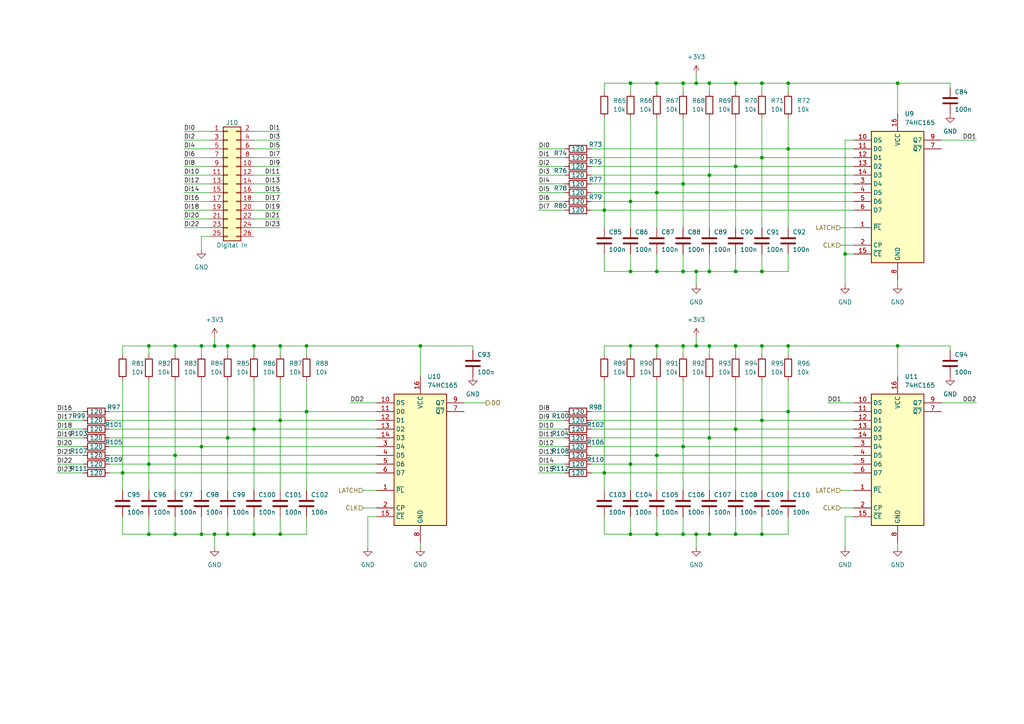
<source format=kicad_sch>
(kicad_sch (version 20211123) (generator eeschema)
  (paper "A4")
  (title_block (title "Cockpit CPU Card") (date "2023-01-21") (rev "A") (company "https://github.com/peterheinrich/DA20-C1-ProcedureTrainer") (comment 1 "Open Hardware") (comment 2 "License: CERN-OHL-P") (comment 3 "© 2023 by Peter Heinrich") (comment 4 "DA20 Hardware Cockpit Simulator Project"))
  (junction (at 175.26 60.96))
  (junction (at 220.98 45.72))
  (junction (at 121.92 100.33))
  (junction (at 220.98 100.33))
  (junction (at 213.36 24.13))
  (junction (at 50.8 132.08))
  (junction (at 73.66 100.33))
  (junction (at 62.23 100.33))
  (junction (at 190.5 78.74))
  (junction (at 66.04 127))
  (junction (at 50.8 100.33))
  (junction (at 213.36 48.26))
  (junction (at 198.12 100.33))
  (junction (at 182.88 134.62))
  (junction (at 205.74 24.13))
  (junction (at 228.6 100.33))
  (junction (at 66.04 100.33))
  (junction (at 66.04 154.94))
  (junction (at 201.93 100.33))
  (junction (at 260.35 100.33))
  (junction (at 201.93 154.94))
  (junction (at 73.66 154.94))
  (junction (at 58.42 154.94))
  (junction (at 81.28 121.92))
  (junction (at 43.18 100.33))
  (junction (at 228.6 24.13))
  (junction (at 198.12 24.13))
  (junction (at 88.9 100.33))
  (junction (at 182.88 24.13))
  (junction (at 201.93 78.74))
  (junction (at 220.98 24.13))
  (junction (at 182.88 154.94))
  (junction (at 205.74 50.8))
  (junction (at 220.98 154.94))
  (junction (at 43.18 134.62))
  (junction (at 198.12 78.74))
  (junction (at 43.18 154.94))
  (junction (at 220.98 78.74))
  (junction (at 182.88 100.33))
  (junction (at 182.88 58.42))
  (junction (at 201.93 24.13))
  (junction (at 205.74 78.74))
  (junction (at 198.12 53.34))
  (junction (at 190.5 55.88))
  (junction (at 58.42 129.54))
  (junction (at 182.88 78.74))
  (junction (at 198.12 154.94))
  (junction (at 228.6 43.18))
  (junction (at 245.11 73.66))
  (junction (at 220.98 121.92))
  (junction (at 213.36 154.94))
  (junction (at 81.28 154.94))
  (junction (at 205.74 100.33))
  (junction (at 198.12 129.54))
  (junction (at 190.5 132.08))
  (junction (at 213.36 78.74))
  (junction (at 35.56 137.16))
  (junction (at 58.42 100.33))
  (junction (at 81.28 100.33))
  (junction (at 73.66 124.46))
  (junction (at 50.8 154.94))
  (junction (at 260.35 24.13))
  (junction (at 213.36 124.46))
  (junction (at 190.5 154.94))
  (junction (at 175.26 137.16))
  (junction (at 88.9 119.38))
  (junction (at 190.5 24.13))
  (junction (at 62.23 154.94))
  (junction (at 213.36 100.33))
  (junction (at 205.74 127))
  (junction (at 190.5 100.33))
  (junction (at 205.74 154.94))
  (junction (at 228.6 119.38))
  (wire (pts (xy 35.56 137.16) (xy 35.56 142.24)))
  (wire (pts (xy 201.93 97.79) (xy 201.93 100.33)))
  (wire (pts (xy 220.98 78.74) (xy 220.98 73.66)))
  (wire (pts (xy 31.75 129.54) (xy 58.42 129.54)))
  (wire (pts (xy 31.75 134.62) (xy 43.18 134.62)))
  (wire (pts (xy 16.51 129.54) (xy 24.13 129.54)))
  (wire (pts (xy 190.5 132.08) (xy 190.5 142.24)))
  (wire (pts (xy 205.74 100.33) (xy 205.74 102.87)))
  (wire (pts (xy 156.21 134.62) (xy 163.83 134.62)))
  (wire (pts (xy 16.51 119.38) (xy 24.13 119.38)))
  (wire (pts (xy 205.74 149.86) (xy 205.74 154.94)))
  (wire (pts (xy 198.12 53.34) (xy 198.12 66.04)))
  (wire (pts (xy 228.6 78.74) (xy 228.6 73.66)))
  (wire (pts (xy 81.28 100.33) (xy 88.9 100.33)))
  (wire (pts (xy 106.68 158.75) (xy 106.68 149.86)))
  (wire (pts (xy 228.6 100.33) (xy 260.35 100.33)))
  (wire (pts (xy 190.5 110.49) (xy 190.5 132.08)))
  (wire (pts (xy 220.98 154.94) (xy 220.98 149.86)))
  (wire (pts (xy 66.04 149.86) (xy 66.04 154.94)))
  (wire (pts (xy 245.11 158.75) (xy 245.11 149.86)))
  (wire (pts (xy 245.11 73.66) (xy 247.65 73.66)))
  (wire (pts (xy 50.8 154.94) (xy 50.8 149.86)))
  (wire (pts (xy 81.28 48.26) (xy 73.66 48.26)))
  (wire (pts (xy 31.75 121.92) (xy 81.28 121.92)))
  (wire (pts (xy 53.34 55.88) (xy 60.96 55.88)))
  (wire (pts (xy 175.26 34.29) (xy 175.26 60.96)))
  (wire (pts (xy 171.45 43.18) (xy 228.6 43.18)))
  (wire (pts (xy 156.21 58.42) (xy 163.83 58.42)))
  (wire (pts (xy 58.42 129.54) (xy 58.42 142.24)))
  (wire (pts (xy 275.59 24.13) (xy 260.35 24.13)))
  (wire (pts (xy 182.88 58.42) (xy 247.65 58.42)))
  (wire (pts (xy 53.34 48.26) (xy 60.96 48.26)))
  (wire (pts (xy 213.36 110.49) (xy 213.36 124.46)))
  (wire (pts (xy 182.88 154.94) (xy 182.88 149.86)))
  (wire (pts (xy 62.23 97.79) (xy 62.23 100.33)))
  (wire (pts (xy 198.12 24.13) (xy 201.93 24.13)))
  (wire (pts (xy 213.36 100.33) (xy 213.36 102.87)))
  (wire (pts (xy 88.9 154.94) (xy 88.9 149.86)))
  (wire (pts (xy 66.04 100.33) (xy 66.04 102.87)))
  (wire (pts (xy 43.18 134.62) (xy 109.22 134.62)))
  (wire (pts (xy 198.12 53.34) (xy 247.65 53.34)))
  (wire (pts (xy 171.45 48.26) (xy 213.36 48.26)))
  (wire (pts (xy 66.04 127) (xy 109.22 127)))
  (wire (pts (xy 198.12 100.33) (xy 201.93 100.33)))
  (wire (pts (xy 273.05 116.84) (xy 283.21 116.84)))
  (wire (pts (xy 190.5 154.94) (xy 190.5 149.86)))
  (wire (pts (xy 171.45 137.16) (xy 175.26 137.16)))
  (wire (pts (xy 16.51 132.08) (xy 24.13 132.08)))
  (wire (pts (xy 88.9 100.33) (xy 88.9 102.87)))
  (wire (pts (xy 243.84 142.24) (xy 247.65 142.24)))
  (wire (pts (xy 81.28 154.94) (xy 88.9 154.94)))
  (wire (pts (xy 156.21 48.26) (xy 163.83 48.26)))
  (wire (pts (xy 275.59 100.33) (xy 260.35 100.33)))
  (wire (pts (xy 220.98 110.49) (xy 220.98 121.92)))
  (wire (pts (xy 53.34 38.1) (xy 60.96 38.1)))
  (wire (pts (xy 201.93 21.59) (xy 201.93 24.13)))
  (wire (pts (xy 182.88 154.94) (xy 190.5 154.94)))
  (wire (pts (xy 190.5 132.08) (xy 247.65 132.08)))
  (wire (pts (xy 105.41 147.32) (xy 109.22 147.32)))
  (wire (pts (xy 175.26 60.96) (xy 175.26 66.04)))
  (wire (pts (xy 58.42 154.94) (xy 62.23 154.94)))
  (wire (pts (xy 156.21 127) (xy 163.83 127)))
  (wire (pts (xy 58.42 72.39) (xy 58.42 68.58)))
  (wire (pts (xy 190.5 55.88) (xy 247.65 55.88)))
  (wire (pts (xy 205.74 110.49) (xy 205.74 127)))
  (wire (pts (xy 190.5 78.74) (xy 190.5 73.66)))
  (wire (pts (xy 73.66 154.94) (xy 73.66 149.86)))
  (wire (pts (xy 171.45 58.42) (xy 182.88 58.42)))
  (wire (pts (xy 220.98 121.92) (xy 220.98 142.24)))
  (wire (pts (xy 190.5 100.33) (xy 198.12 100.33)))
  (wire (pts (xy 182.88 58.42) (xy 182.88 66.04)))
  (wire (pts (xy 198.12 100.33) (xy 198.12 102.87)))
  (wire (pts (xy 137.16 100.33) (xy 121.92 100.33)))
  (wire (pts (xy 35.56 110.49) (xy 35.56 137.16)))
  (wire (pts (xy 213.36 24.13) (xy 220.98 24.13)))
  (wire (pts (xy 205.74 154.94) (xy 213.36 154.94)))
  (wire (pts (xy 201.93 154.94) (xy 201.93 158.75)))
  (wire (pts (xy 43.18 100.33) (xy 43.18 102.87)))
  (wire (pts (xy 31.75 124.46) (xy 73.66 124.46)))
  (wire (pts (xy 53.34 66.04) (xy 60.96 66.04)))
  (wire (pts (xy 198.12 154.94) (xy 201.93 154.94)))
  (wire (pts (xy 275.59 101.6) (xy 275.59 100.33)))
  (wire (pts (xy 228.6 24.13) (xy 228.6 26.67)))
  (wire (pts (xy 175.26 154.94) (xy 182.88 154.94)))
  (wire (pts (xy 35.56 137.16) (xy 109.22 137.16)))
  (wire (pts (xy 101.6 116.84) (xy 109.22 116.84)))
  (wire (pts (xy 205.74 24.13) (xy 213.36 24.13)))
  (wire (pts (xy 53.34 58.42) (xy 60.96 58.42)))
  (wire (pts (xy 201.93 24.13) (xy 205.74 24.13)))
  (wire (pts (xy 182.88 78.74) (xy 182.88 73.66)))
  (wire (pts (xy 220.98 78.74) (xy 228.6 78.74)))
  (wire (pts (xy 88.9 119.38) (xy 88.9 142.24)))
  (wire (pts (xy 182.88 24.13) (xy 182.88 26.67)))
  (wire (pts (xy 182.88 134.62) (xy 182.88 142.24)))
  (wire (pts (xy 16.51 124.46) (xy 24.13 124.46)))
  (wire (pts (xy 171.45 124.46) (xy 213.36 124.46)))
  (wire (pts (xy 121.92 100.33) (xy 121.92 109.22)))
  (wire (pts (xy 245.11 82.55) (xy 245.11 73.66)))
  (wire (pts (xy 220.98 154.94) (xy 228.6 154.94)))
  (wire (pts (xy 66.04 127) (xy 66.04 142.24)))
  (wire (pts (xy 243.84 147.32) (xy 247.65 147.32)))
  (wire (pts (xy 213.36 48.26) (xy 213.36 66.04)))
  (wire (pts (xy 205.74 24.13) (xy 205.74 26.67)))
  (wire (pts (xy 243.84 66.04) (xy 247.65 66.04)))
  (wire (pts (xy 201.93 154.94) (xy 205.74 154.94)))
  (wire (pts (xy 81.28 50.8) (xy 73.66 50.8)))
  (wire (pts (xy 201.93 78.74) (xy 205.74 78.74)))
  (wire (pts (xy 35.56 100.33) (xy 43.18 100.33)))
  (wire (pts (xy 156.21 121.92) (xy 163.83 121.92)))
  (wire (pts (xy 190.5 24.13) (xy 198.12 24.13)))
  (wire (pts (xy 171.45 50.8) (xy 205.74 50.8)))
  (wire (pts (xy 205.74 78.74) (xy 213.36 78.74)))
  (wire (pts (xy 228.6 43.18) (xy 247.65 43.18)))
  (wire (pts (xy 190.5 78.74) (xy 198.12 78.74)))
  (wire (pts (xy 220.98 100.33) (xy 220.98 102.87)))
  (wire (pts (xy 156.21 55.88) (xy 163.83 55.88)))
  (wire (pts (xy 175.26 78.74) (xy 175.26 73.66)))
  (wire (pts (xy 134.62 116.84) (xy 140.97 116.84)))
  (wire (pts (xy 220.98 34.29) (xy 220.98 45.72)))
  (wire (pts (xy 156.21 60.96) (xy 163.83 60.96)))
  (wire (pts (xy 66.04 154.94) (xy 73.66 154.94)))
  (wire (pts (xy 31.75 119.38) (xy 88.9 119.38)))
  (wire (pts (xy 190.5 34.29) (xy 190.5 55.88)))
  (wire (pts (xy 106.68 149.86) (xy 109.22 149.86)))
  (wire (pts (xy 35.56 154.94) (xy 43.18 154.94)))
  (wire (pts (xy 220.98 45.72) (xy 220.98 66.04)))
  (wire (pts (xy 171.45 55.88) (xy 190.5 55.88)))
  (wire (pts (xy 156.21 129.54) (xy 163.83 129.54)))
  (wire (pts (xy 62.23 154.94) (xy 62.23 158.75)))
  (wire (pts (xy 220.98 24.13) (xy 220.98 26.67)))
  (wire (pts (xy 175.26 78.74) (xy 182.88 78.74)))
  (wire (pts (xy 220.98 45.72) (xy 247.65 45.72)))
  (wire (pts (xy 81.28 154.94) (xy 81.28 149.86)))
  (wire (pts (xy 198.12 24.13) (xy 198.12 26.67)))
  (wire (pts (xy 205.74 50.8) (xy 205.74 66.04)))
  (wire (pts (xy 171.45 127) (xy 205.74 127)))
  (wire (pts (xy 260.35 157.48) (xy 260.35 158.75)))
  (wire (pts (xy 58.42 100.33) (xy 58.42 102.87)))
  (wire (pts (xy 43.18 154.94) (xy 50.8 154.94)))
  (wire (pts (xy 53.34 53.34) (xy 60.96 53.34)))
  (wire (pts (xy 73.66 124.46) (xy 73.66 142.24)))
  (wire (pts (xy 156.21 43.18) (xy 163.83 43.18)))
  (wire (pts (xy 156.21 50.8) (xy 163.83 50.8)))
  (wire (pts (xy 73.66 100.33) (xy 73.66 102.87)))
  (wire (pts (xy 81.28 60.96) (xy 73.66 60.96)))
  (wire (pts (xy 58.42 68.58) (xy 60.96 68.58)))
  (wire (pts (xy 81.28 121.92) (xy 81.28 142.24)))
  (wire (pts (xy 171.45 60.96) (xy 175.26 60.96)))
  (wire (pts (xy 198.12 129.54) (xy 198.12 142.24)))
  (wire (pts (xy 213.36 78.74) (xy 213.36 73.66)))
  (wire (pts (xy 137.16 101.6) (xy 137.16 100.33)))
  (wire (pts (xy 53.34 45.72) (xy 60.96 45.72)))
  (wire (pts (xy 205.74 127) (xy 247.65 127)))
  (wire (pts (xy 220.98 100.33) (xy 228.6 100.33)))
  (wire (pts (xy 105.41 142.24) (xy 109.22 142.24)))
  (wire (pts (xy 260.35 81.28) (xy 260.35 82.55)))
  (wire (pts (xy 228.6 34.29) (xy 228.6 43.18)))
  (wire (pts (xy 81.28 63.5) (xy 73.66 63.5)))
  (wire (pts (xy 156.21 45.72) (xy 163.83 45.72)))
  (wire (pts (xy 190.5 100.33) (xy 190.5 102.87)))
  (wire (pts (xy 198.12 34.29) (xy 198.12 53.34)))
  (wire (pts (xy 182.88 34.29) (xy 182.88 58.42)))
  (wire (pts (xy 245.11 40.64) (xy 245.11 73.66)))
  (wire (pts (xy 88.9 100.33) (xy 121.92 100.33)))
  (wire (pts (xy 198.12 129.54) (xy 247.65 129.54)))
  (wire (pts (xy 81.28 58.42) (xy 73.66 58.42)))
  (wire (pts (xy 198.12 78.74) (xy 198.12 73.66)))
  (wire (pts (xy 81.28 45.72) (xy 73.66 45.72)))
  (wire (pts (xy 62.23 100.33) (xy 66.04 100.33)))
  (wire (pts (xy 190.5 55.88) (xy 190.5 66.04)))
  (wire (pts (xy 88.9 119.38) (xy 109.22 119.38)))
  (wire (pts (xy 81.28 110.49) (xy 81.28 121.92)))
  (wire (pts (xy 81.28 100.33) (xy 81.28 102.87)))
  (wire (pts (xy 228.6 43.18) (xy 228.6 66.04)))
  (wire (pts (xy 175.26 110.49) (xy 175.26 137.16)))
  (wire (pts (xy 58.42 129.54) (xy 109.22 129.54)))
  (wire (pts (xy 228.6 119.38) (xy 247.65 119.38)))
  (wire (pts (xy 35.56 102.87) (xy 35.56 100.33)))
  (wire (pts (xy 213.36 24.13) (xy 213.36 26.67)))
  (wire (pts (xy 81.28 121.92) (xy 109.22 121.92)))
  (wire (pts (xy 73.66 110.49) (xy 73.66 124.46)))
  (wire (pts (xy 31.75 127) (xy 66.04 127)))
  (wire (pts (xy 245.11 149.86) (xy 247.65 149.86)))
  (wire (pts (xy 198.12 78.74) (xy 201.93 78.74)))
  (wire (pts (xy 171.45 121.92) (xy 220.98 121.92)))
  (wire (pts (xy 81.28 43.18) (xy 73.66 43.18)))
  (wire (pts (xy 228.6 100.33) (xy 228.6 102.87)))
  (wire (pts (xy 205.74 127) (xy 205.74 142.24)))
  (wire (pts (xy 228.6 110.49) (xy 228.6 119.38)))
  (wire (pts (xy 171.45 119.38) (xy 228.6 119.38)))
  (wire (pts (xy 213.36 34.29) (xy 213.36 48.26)))
  (wire (pts (xy 156.21 137.16) (xy 163.83 137.16)))
  (wire (pts (xy 182.88 100.33) (xy 182.88 102.87)))
  (wire (pts (xy 88.9 110.49) (xy 88.9 119.38)))
  (wire (pts (xy 156.21 132.08) (xy 163.83 132.08)))
  (wire (pts (xy 156.21 119.38) (xy 163.83 119.38)))
  (wire (pts (xy 50.8 132.08) (xy 109.22 132.08)))
  (wire (pts (xy 201.93 100.33) (xy 205.74 100.33)))
  (wire (pts (xy 190.5 24.13) (xy 190.5 26.67)))
  (wire (pts (xy 53.34 50.8) (xy 60.96 50.8)))
  (wire (pts (xy 175.26 100.33) (xy 182.88 100.33)))
  (wire (pts (xy 156.21 53.34) (xy 163.83 53.34)))
  (wire (pts (xy 220.98 24.13) (xy 228.6 24.13)))
  (wire (pts (xy 81.28 53.34) (xy 73.66 53.34)))
  (wire (pts (xy 175.26 102.87) (xy 175.26 100.33)))
  (wire (pts (xy 43.18 134.62) (xy 43.18 142.24)))
  (wire (pts (xy 58.42 100.33) (xy 62.23 100.33)))
  (wire (pts (xy 73.66 100.33) (xy 81.28 100.33)))
  (wire (pts (xy 228.6 154.94) (xy 228.6 149.86)))
  (wire (pts (xy 213.36 100.33) (xy 220.98 100.33)))
  (wire (pts (xy 213.36 154.94) (xy 213.36 149.86)))
  (wire (pts (xy 31.75 137.16) (xy 35.56 137.16)))
  (wire (pts (xy 228.6 119.38) (xy 228.6 142.24)))
  (wire (pts (xy 53.34 43.18) (xy 60.96 43.18)))
  (wire (pts (xy 175.26 137.16) (xy 175.26 142.24)))
  (wire (pts (xy 50.8 110.49) (xy 50.8 132.08)))
  (wire (pts (xy 53.34 63.5) (xy 60.96 63.5)))
  (wire (pts (xy 58.42 154.94) (xy 58.42 149.86)))
  (wire (pts (xy 182.88 110.49) (xy 182.88 134.62)))
  (wire (pts (xy 198.12 154.94) (xy 198.12 149.86)))
  (wire (pts (xy 171.45 134.62) (xy 182.88 134.62)))
  (wire (pts (xy 198.12 110.49) (xy 198.12 129.54)))
  (wire (pts (xy 171.45 45.72) (xy 220.98 45.72)))
  (wire (pts (xy 121.92 157.48) (xy 121.92 158.75)))
  (wire (pts (xy 201.93 78.74) (xy 201.93 82.55)))
  (wire (pts (xy 213.36 124.46) (xy 247.65 124.46)))
  (wire (pts (xy 81.28 38.1) (xy 73.66 38.1)))
  (wire (pts (xy 273.05 40.64) (xy 283.21 40.64)))
  (wire (pts (xy 205.74 100.33) (xy 213.36 100.33)))
  (wire (pts (xy 171.45 132.08) (xy 190.5 132.08)))
  (wire (pts (xy 247.65 40.64) (xy 245.11 40.64)))
  (wire (pts (xy 58.42 110.49) (xy 58.42 129.54)))
  (wire (pts (xy 213.36 78.74) (xy 220.98 78.74)))
  (wire (pts (xy 175.26 60.96) (xy 247.65 60.96)))
  (wire (pts (xy 50.8 100.33) (xy 58.42 100.33)))
  (wire (pts (xy 53.34 40.64) (xy 60.96 40.64)))
  (wire (pts (xy 43.18 154.94) (xy 43.18 149.86)))
  (wire (pts (xy 43.18 100.33) (xy 50.8 100.33)))
  (wire (pts (xy 50.8 154.94) (xy 58.42 154.94)))
  (wire (pts (xy 240.03 116.84) (xy 247.65 116.84)))
  (wire (pts (xy 16.51 127) (xy 24.13 127)))
  (wire (pts (xy 182.88 78.74) (xy 190.5 78.74)))
  (wire (pts (xy 16.51 137.16) (xy 24.13 137.16)))
  (wire (pts (xy 213.36 48.26) (xy 247.65 48.26)))
  (wire (pts (xy 50.8 100.33) (xy 50.8 102.87)))
  (wire (pts (xy 66.04 110.49) (xy 66.04 127)))
  (wire (pts (xy 16.51 134.62) (xy 24.13 134.62)))
  (wire (pts (xy 205.74 50.8) (xy 247.65 50.8)))
  (wire (pts (xy 220.98 121.92) (xy 247.65 121.92)))
  (wire (pts (xy 16.51 121.92) (xy 24.13 121.92)))
  (wire (pts (xy 53.34 60.96) (xy 60.96 60.96)))
  (wire (pts (xy 35.56 154.94) (xy 35.56 149.86)))
  (wire (pts (xy 190.5 154.94) (xy 198.12 154.94)))
  (wire (pts (xy 228.6 24.13) (xy 260.35 24.13)))
  (wire (pts (xy 175.26 137.16) (xy 247.65 137.16)))
  (wire (pts (xy 50.8 132.08) (xy 50.8 142.24)))
  (wire (pts (xy 171.45 129.54) (xy 198.12 129.54)))
  (wire (pts (xy 43.18 110.49) (xy 43.18 134.62)))
  (wire (pts (xy 175.26 26.67) (xy 175.26 24.13)))
  (wire (pts (xy 260.35 100.33) (xy 260.35 109.22)))
  (wire (pts (xy 81.28 66.04) (xy 73.66 66.04)))
  (wire (pts (xy 73.66 124.46) (xy 109.22 124.46)))
  (wire (pts (xy 205.74 73.66) (xy 205.74 78.74)))
  (wire (pts (xy 243.84 71.12) (xy 247.65 71.12)))
  (wire (pts (xy 175.26 154.94) (xy 175.26 149.86)))
  (wire (pts (xy 81.28 40.64) (xy 73.66 40.64)))
  (wire (pts (xy 73.66 154.94) (xy 81.28 154.94)))
  (wire (pts (xy 213.36 124.46) (xy 213.36 142.24)))
  (wire (pts (xy 275.59 25.4) (xy 275.59 24.13)))
  (wire (pts (xy 62.23 154.94) (xy 66.04 154.94)))
  (wire (pts (xy 175.26 24.13) (xy 182.88 24.13)))
  (wire (pts (xy 31.75 132.08) (xy 50.8 132.08)))
  (wire (pts (xy 182.88 100.33) (xy 190.5 100.33)))
  (wire (pts (xy 81.28 55.88) (xy 73.66 55.88)))
  (wire (pts (xy 260.35 24.13) (xy 260.35 33.02)))
  (wire (pts (xy 182.88 24.13) (xy 190.5 24.13)))
  (wire (pts (xy 205.74 34.29) (xy 205.74 50.8)))
  (wire (pts (xy 156.21 124.46) (xy 163.83 124.46)))
  (wire (pts (xy 182.88 134.62) (xy 247.65 134.62)))
  (wire (pts (xy 171.45 53.34) (xy 198.12 53.34)))
  (wire (pts (xy 66.04 100.33) (xy 73.66 100.33)))
  (wire (pts (xy 213.36 154.94) (xy 220.98 154.94)))
  (label "DI2" (at 53.34 40.64 0))
  (label "DI2" (at 156.21 48.26 0))
  (label "DI23" (at 81.28 66.04 180))
  (label "DI18" (at 53.34 60.96 0))
  (label "DI12" (at 53.34 53.34 0))
  (label "DI15" (at 156.21 137.16 0))
  (label "DI9" (at 81.28 48.26 180))
  (label "DI21" (at 81.28 63.5 180))
  (label "DI14" (at 156.21 134.62 0))
  (label "DI6" (at 156.21 58.42 0))
  (label "DI17" (at 81.28 58.42 180))
  (label "DO1" (at 283.21 40.64 180))
  (label "DO2" (at 101.6 116.84 0))
  (label "DI14" (at 53.34 55.88 0))
  (label "DI13" (at 81.28 53.34 180))
  (label "DI0" (at 53.34 38.1 0))
  (label "DI13" (at 156.21 132.08 0))
  (label "DI1" (at 81.28 38.1 180))
  (label "DI1" (at 156.21 45.72 0))
  (label "DI23" (at 16.51 137.16 0))
  (label "DI19" (at 81.28 60.96 180))
  (label "DI7" (at 156.21 60.96 0))
  (label "DI16" (at 53.34 58.42 0))
  (label "DI22" (at 53.34 66.04 0))
  (label "DI5" (at 81.28 43.18 180))
  (label "DI5" (at 156.21 55.88 0))
  (label "DO2" (at 283.21 116.84 180))
  (label "DI7" (at 81.28 45.72 180))
  (label "DI0" (at 156.21 43.18 0))
  (label "DI4" (at 53.34 43.18 0))
  (label "DI10" (at 156.21 124.46 0))
  (label "DI16" (at 16.51 119.38 0))
  (label "DI8" (at 53.34 48.26 0))
  (label "DI11" (at 81.28 50.8 180))
  (label "DI20" (at 53.34 63.5 0))
  (label "DI15" (at 81.28 55.88 180))
  (label "DI11" (at 156.21 127 0))
  (label "DO1" (at 240.03 116.84 0))
  (label "DI21" (at 16.51 132.08 0))
  (label "DI6" (at 53.34 45.72 0))
  (label "DI19" (at 16.51 127 0))
  (label "DI17" (at 16.51 121.92 0))
  (label "DI22" (at 16.51 134.62 0))
  (label "DI8" (at 156.21 119.38 0))
  (label "DI18" (at 16.51 124.46 0))
  (label "DI3" (at 156.21 50.8 0))
  (label "DI20" (at 16.51 129.54 0))
  (label "DI3" (at 81.28 40.64 180))
  (label "DI10" (at 53.34 50.8 0))
  (label "DI9" (at 156.21 121.92 0))
  (label "DI12" (at 156.21 129.54 0))
  (label "DI4" (at 156.21 53.34 0))
  (hierarchical_label "LATCH" (shape input) (at 105.41 142.24 180))
  (hierarchical_label "CLK" (shape input) (at 105.41 147.32 180))
  (hierarchical_label "CLK" (shape input) (at 243.84 71.12 180))
  (hierarchical_label "LATCH" (shape input) (at 243.84 66.04 180))
  (hierarchical_label "CLK" (shape input) (at 243.84 147.32 180))
  (hierarchical_label "DO" (shape output) (at 140.97 116.84 0))
  (hierarchical_label "LATCH" (shape input) (at 243.84 142.24 180))
  (symbol (lib_id "Device:C") (at 88.9 146.05 0) (unit 1)
    (property "Reference" "C102" (at 90.17 143.51 0) (effects (justify left)))
    (property "Value" "100n" (at 90.17 148.59 0) (effects (justify left)))
    (property "Footprint" "Capacitor_SMD:C_0603_1608Metric" (effects hide))
    (property "Datasheet" "https://www.farnell.com/datasheets/2735905.pdf" (effects hide))
    (property "MPN" "CL10B104KO8NNNC" (effects hide))
    (property "ON_FARNELL" "3013413" (effects hide))
  )
  (symbol (lib_id "Device:C") (at 50.8 146.05 0) (unit 1)
    (property "Reference" "C97" (at 52.07 143.51 0) (effects (justify left)))
    (property "Value" "100n" (at 52.07 148.59 0) (effects (justify left)))
    (property "Footprint" "Capacitor_SMD:C_0603_1608Metric" (effects hide))
    (property "Datasheet" "https://www.farnell.com/datasheets/2735905.pdf" (effects hide))
    (property "MPN" "CL10B104KO8NNNC" (effects hide))
    (property "ON_FARNELL" "3013413" (effects hide))
  )
  (symbol (lib_id "Device:R") (at 175.26 30.48 0) (unit 1)
    (property "Reference" "R65" (at 177.8 29.2099 0) (effects (justify left)))
    (property "Value" "10k" (at 177.8 31.7499 0) (effects (justify left)))
    (property "Footprint" "Resistor_SMD:R_0603_1608Metric" (effects hide))
    (property "MPN" "MCMR06X103 JTL" (effects hide))
    (property "ON_FARNELL" "2073356" (effects hide))
  )
  (symbol (lib_id "Device:C") (at 66.04 146.05 0) (unit 1)
    (property "Reference" "C99" (at 67.31 143.51 0) (effects (justify left)))
    (property "Value" "100n" (at 67.31 148.59 0) (effects (justify left)))
    (property "Footprint" "Capacitor_SMD:C_0603_1608Metric" (effects hide))
    (property "Datasheet" "https://www.farnell.com/datasheets/2735905.pdf" (effects hide))
    (property "MPN" "CL10B104KO8NNNC" (effects hide))
    (property "ON_FARNELL" "3013413" (effects hide))
  )
  (symbol (lib_id "Device:R") (at 198.12 106.68 0) (unit 1)
    (property "Reference" "R92" (at 200.66 105.4099 0) (effects (justify left)))
    (property "Value" "10k" (at 200.66 107.9499 0) (effects (justify left)))
    (property "Footprint" "Resistor_SMD:R_0603_1608Metric" (effects hide))
    (property "MPN" "MCMR06X103 JTL" (effects hide))
    (property "ON_FARNELL" "2073356" (effects hide))
  )
  (symbol (lib_id "Device:R") (at 175.26 106.68 0) (unit 1)
    (property "Reference" "R89" (at 177.8 105.4099 0) (effects (justify left)))
    (property "Value" "10k" (at 177.8 107.9499 0) (effects (justify left)))
    (property "Footprint" "Resistor_SMD:R_0603_1608Metric" (effects hide))
    (property "MPN" "MCMR06X103 JTL" (effects hide))
    (property "ON_FARNELL" "2073356" (effects hide))
  )
  (symbol (lib_id "Device:R") (at 167.64 119.38 90) (unit 1)
    (property "Reference" "R98" (at 172.72 118.11 90))
    (property "Value" "120" (at 167.64 119.38 90))
    (property "Footprint" "Resistor_SMD:R_0603_1608Metric" (effects hide))
    (property "MPN" "1550603SAF1200T5E" (effects hide))
    (property "ON_DISTRELEC" "300-56-474" (effects hide))
  )
  (symbol (lib_id "power:GND") (at 275.59 109.22 0) (unit 1)
    (property "Reference" "#PWR0115" (effects hide))
    (property "Value" "GND" (at 275.59 114.3 0))
  )
  (symbol (lib_id "Device:C") (at 182.88 146.05 0) (unit 1)
    (property "Reference" "C104" (at 184.15 143.51 0) (effects (justify left)))
    (property "Value" "100n" (at 184.15 148.59 0) (effects (justify left)))
    (property "Footprint" "Capacitor_SMD:C_0603_1608Metric" (effects hide))
    (property "Datasheet" "https://www.farnell.com/datasheets/2735905.pdf" (effects hide))
    (property "MPN" "CL10B104KO8NNNC" (effects hide))
    (property "ON_FARNELL" "3013413" (effects hide))
  )
  (symbol (lib_id "Device:C") (at 228.6 69.85 0) (unit 1)
    (property "Reference" "C92" (at 229.87 67.31 0) (effects (justify left)))
    (property "Value" "100n" (at 229.87 72.39 0) (effects (justify left)))
    (property "Footprint" "Capacitor_SMD:C_0603_1608Metric" (effects hide))
    (property "Datasheet" "https://www.farnell.com/datasheets/2735905.pdf" (effects hide))
    (property "MPN" "CL10B104KO8NNNC" (effects hide))
    (property "ON_FARNELL" "3013413" (effects hide))
  )
  (symbol (lib_id "Device:R") (at 50.8 106.68 0) (unit 1)
    (property "Reference" "R83" (at 53.34 105.4099 0) (effects (justify left)))
    (property "Value" "10k" (at 53.34 107.9499 0) (effects (justify left)))
    (property "Footprint" "Resistor_SMD:R_0603_1608Metric" (effects hide))
    (property "MPN" "MCMR06X103 JTL" (effects hide))
    (property "ON_FARNELL" "2073356" (effects hide))
  )
  (symbol (lib_id "Device:R") (at 167.64 43.18 90) (unit 1)
    (property "Reference" "R73" (at 172.72 41.91 90))
    (property "Value" "120" (at 167.64 43.18 90))
    (property "Footprint" "Resistor_SMD:R_0603_1608Metric" (effects hide))
    (property "MPN" "1550603SAF1200T5E" (effects hide))
    (property "ON_DISTRELEC" "300-56-474" (effects hide))
  )
  (symbol (lib_id "Device:C") (at 73.66 146.05 0) (unit 1)
    (property "Reference" "C100" (at 74.93 143.51 0) (effects (justify left)))
    (property "Value" "100n" (at 74.93 148.59 0) (effects (justify left)))
    (property "Footprint" "Capacitor_SMD:C_0603_1608Metric" (effects hide))
    (property "Datasheet" "https://www.farnell.com/datasheets/2735905.pdf" (effects hide))
    (property "MPN" "CL10B104KO8NNNC" (effects hide))
    (property "ON_FARNELL" "3013413" (effects hide))
  )
  (symbol (lib_id "Device:R") (at 228.6 30.48 0) (unit 1)
    (property "Reference" "R72" (at 231.14 29.2099 0) (effects (justify left)))
    (property "Value" "10k" (at 231.14 31.7499 0) (effects (justify left)))
    (property "Footprint" "Resistor_SMD:R_0603_1608Metric" (effects hide))
    (property "MPN" "MCMR06X103 JTL" (effects hide))
    (property "ON_FARNELL" "2073356" (effects hide))
  )
  (symbol (lib_id "power:GND") (at 106.68 158.75 0) (unit 1)
    (property "Reference" "#PWR0117" (effects hide))
    (property "Value" "GND" (at 106.68 163.83 0))
  )
  (symbol (lib_id "74xx:74HC165") (at 121.92 132.08 0) (unit 1)
    (property "Reference" "U10" (at 123.9394 109.22 0) (effects (justify left)))
    (property "Value" "74HC165" (at 123.9394 111.76 0) (effects (justify left)))
    (property "Footprint" "Package_SO:SOIC-16_3.9x9.9mm_P1.27mm" (effects hide))
    (property "Datasheet" "https://assets.nexperia.com/documents/data-sheet/74HC_HCT165.pdf" (effects hide))
    (property "MPN" "74HC165D,653" (effects hide))
    (property "ON_FARNELL" "1201249" (effects hide))
  )
  (symbol (lib_id "Device:R") (at 27.94 137.16 270) (mirror x) (unit 1)
    (property "Reference" "R111" (at 22.86 135.89 90))
    (property "Value" "120" (at 27.94 137.16 90))
    (property "Footprint" "Resistor_SMD:R_0603_1608Metric" (effects hide))
    (property "MPN" "1550603SAF1200T5E" (effects hide))
    (property "ON_DISTRELEC" "300-56-474" (effects hide))
  )
  (symbol (lib_id "Device:C") (at 220.98 146.05 0) (unit 1)
    (property "Reference" "C109" (at 222.25 143.51 0) (effects (justify left)))
    (property "Value" "100n" (at 222.25 148.59 0) (effects (justify left)))
    (property "Footprint" "Capacitor_SMD:C_0603_1608Metric" (effects hide))
    (property "Datasheet" "https://www.farnell.com/datasheets/2735905.pdf" (effects hide))
    (property "MPN" "CL10B104KO8NNNC" (effects hide))
    (property "ON_FARNELL" "3013413" (effects hide))
  )
  (symbol (lib_id "power:GND") (at 260.35 82.55 0) (unit 1)
    (property "Reference" "#PWR0111" (effects hide))
    (property "Value" "GND" (at 260.35 87.63 0))
  )
  (symbol (lib_id "Device:R") (at 213.36 30.48 0) (unit 1)
    (property "Reference" "R70" (at 215.9 29.2099 0) (effects (justify left)))
    (property "Value" "10k" (at 215.9 31.7499 0) (effects (justify left)))
    (property "Footprint" "Resistor_SMD:R_0603_1608Metric" (effects hide))
    (property "MPN" "MCMR06X103 JTL" (effects hide))
    (property "ON_FARNELL" "2073356" (effects hide))
  )
  (symbol (lib_id "Device:R") (at 167.64 124.46 90) (unit 1)
    (property "Reference" "R102" (at 172.72 123.19 90))
    (property "Value" "120" (at 167.64 124.46 90))
    (property "Footprint" "Resistor_SMD:R_0603_1608Metric" (effects hide))
    (property "MPN" "1550603SAF1200T5E" (effects hide))
    (property "ON_DISTRELEC" "300-56-474" (effects hide))
  )
  (symbol (lib_id "Connector_Generic:Conn_02x13_Odd_Even") (at 66.04 53.34 0) (unit 1)
    (property "Reference" "J10" (at 67.31 35.56 0))
    (property "Value" "Digital In" (at 67.31 71.12 0))
    (property "Footprint" "Connector_PinHeader_2.54mm:PinHeader_2x13_P2.54mm_Vertical" (effects hide))
    (property "MPN" "M20-9761346" (effects hide))
    (property "ON_FARNELL" "3225996" (effects hide))
  )
  (symbol (lib_id "Device:C") (at 43.18 146.05 0) (unit 1)
    (property "Reference" "C96" (at 44.45 143.51 0) (effects (justify left)))
    (property "Value" "100n" (at 44.45 148.59 0) (effects (justify left)))
    (property "Footprint" "Capacitor_SMD:C_0603_1608Metric" (effects hide))
    (property "Datasheet" "https://www.farnell.com/datasheets/2735905.pdf" (effects hide))
    (property "MPN" "CL10B104KO8NNNC" (effects hide))
    (property "ON_FARNELL" "3013413" (effects hide))
  )
  (symbol (lib_id "Device:C") (at 190.5 146.05 0) (unit 1)
    (property "Reference" "C105" (at 191.77 143.51 0) (effects (justify left)))
    (property "Value" "100n" (at 191.77 148.59 0) (effects (justify left)))
    (property "Footprint" "Capacitor_SMD:C_0603_1608Metric" (effects hide))
    (property "Datasheet" "https://www.farnell.com/datasheets/2735905.pdf" (effects hide))
    (property "MPN" "CL10B104KO8NNNC" (effects hide))
    (property "ON_FARNELL" "3013413" (effects hide))
  )
  (symbol (lib_id "Device:R") (at 198.12 30.48 0) (unit 1)
    (property "Reference" "R68" (at 200.66 29.2099 0) (effects (justify left)))
    (property "Value" "10k" (at 200.66 31.7499 0) (effects (justify left)))
    (property "Footprint" "Resistor_SMD:R_0603_1608Metric" (effects hide))
    (property "MPN" "MCMR06X103 JTL" (effects hide))
    (property "ON_FARNELL" "2073356" (effects hide))
  )
  (symbol (lib_id "Device:C") (at 198.12 146.05 0) (unit 1)
    (property "Reference" "C106" (at 199.39 143.51 0) (effects (justify left)))
    (property "Value" "100n" (at 199.39 148.59 0) (effects (justify left)))
    (property "Footprint" "Capacitor_SMD:C_0603_1608Metric" (effects hide))
    (property "Datasheet" "https://www.farnell.com/datasheets/2735905.pdf" (effects hide))
    (property "MPN" "CL10B104KO8NNNC" (effects hide))
    (property "ON_FARNELL" "3013413" (effects hide))
  )
  (symbol (lib_id "power:+3V3") (at 201.93 21.59 0) (unit 1)
    (property "Reference" "#PWR0106" (effects hide))
    (property "Value" "+3V3" (at 201.93 16.51 0))
  )
  (symbol (lib_id "power:+3V3") (at 201.93 97.79 0) (unit 1)
    (property "Reference" "#PWR0113" (effects hide))
    (property "Value" "+3V3" (at 201.93 92.71 0))
  )
  (symbol (lib_id "Device:R") (at 27.94 124.46 90) (unit 1)
    (property "Reference" "R101" (at 33.02 123.19 90))
    (property "Value" "120" (at 27.94 124.46 90))
    (property "Footprint" "Resistor_SMD:R_0603_1608Metric" (effects hide))
    (property "MPN" "1550603SAF1200T5E" (effects hide))
    (property "ON_DISTRELEC" "300-56-474" (effects hide))
  )
  (symbol (lib_id "power:GND") (at 121.92 158.75 0) (unit 1)
    (property "Reference" "#PWR0118" (effects hide))
    (property "Value" "GND" (at 121.92 163.83 0))
  )
  (symbol (lib_id "power:GND") (at 137.16 109.22 0) (unit 1)
    (property "Reference" "#PWR0114" (effects hide))
    (property "Value" "GND" (at 137.16 114.3 0))
  )
  (symbol (lib_id "power:GND") (at 201.93 158.75 0) (unit 1)
    (property "Reference" "#PWR0119" (effects hide))
    (property "Value" "GND" (at 201.93 163.83 0))
  )
  (symbol (lib_id "Device:R") (at 220.98 106.68 0) (unit 1)
    (property "Reference" "R95" (at 223.52 105.4099 0) (effects (justify left)))
    (property "Value" "10k" (at 223.52 107.9499 0) (effects (justify left)))
    (property "Footprint" "Resistor_SMD:R_0603_1608Metric" (effects hide))
    (property "MPN" "MCMR06X103 JTL" (effects hide))
    (property "ON_FARNELL" "2073356" (effects hide))
  )
  (symbol (lib_id "power:GND") (at 260.35 158.75 0) (unit 1)
    (property "Reference" "#PWR0121" (effects hide))
    (property "Value" "GND" (at 260.35 163.83 0))
  )
  (symbol (lib_id "Device:C") (at 205.74 146.05 0) (unit 1)
    (property "Reference" "C107" (at 207.01 143.51 0) (effects (justify left)))
    (property "Value" "100n" (at 207.01 148.59 0) (effects (justify left)))
    (property "Footprint" "Capacitor_SMD:C_0603_1608Metric" (effects hide))
    (property "Datasheet" "https://www.farnell.com/datasheets/2735905.pdf" (effects hide))
    (property "MPN" "CL10B104KO8NNNC" (effects hide))
    (property "ON_FARNELL" "3013413" (effects hide))
  )
  (symbol (lib_id "Device:C") (at 137.16 105.41 0) (unit 1)
    (property "Reference" "C93" (at 138.43 102.87 0) (effects (justify left)))
    (property "Value" "100n" (at 138.43 107.95 0) (effects (justify left)))
    (property "Footprint" "Capacitor_SMD:C_0603_1608Metric" (effects hide))
    (property "Datasheet" "https://www.farnell.com/datasheets/2735905.pdf" (effects hide))
    (property "MPN" "CL10B104KO8NNNC" (effects hide))
    (property "ON_FARNELL" "3013413" (effects hide))
  )
  (symbol (lib_id "Device:R") (at 27.94 119.38 90) (unit 1)
    (property "Reference" "R97" (at 33.02 118.11 90))
    (property "Value" "120" (at 27.94 119.38 90))
    (property "Footprint" "Resistor_SMD:R_0603_1608Metric" (effects hide))
    (property "MPN" "1550603SAF1200T5E" (effects hide))
    (property "ON_DISTRELEC" "300-56-474" (effects hide))
  )
  (symbol (lib_id "Device:R") (at 73.66 106.68 0) (unit 1)
    (property "Reference" "R86" (at 76.2 105.4099 0) (effects (justify left)))
    (property "Value" "10k" (at 76.2 107.9499 0) (effects (justify left)))
    (property "Footprint" "Resistor_SMD:R_0603_1608Metric" (effects hide))
    (property "MPN" "MCMR06X103 JTL" (effects hide))
    (property "ON_FARNELL" "2073356" (effects hide))
  )
  (symbol (lib_id "Device:R") (at 167.64 48.26 90) (unit 1)
    (property "Reference" "R75" (at 172.72 46.99 90))
    (property "Value" "120" (at 167.64 48.26 90))
    (property "Footprint" "Resistor_SMD:R_0603_1608Metric" (effects hide))
    (property "MPN" "1550603SAF1200T5E" (effects hide))
    (property "ON_DISTRELEC" "300-56-474" (effects hide))
  )
  (symbol (lib_id "74xx:74HC165") (at 260.35 55.88 0) (unit 1)
    (property "Reference" "U9" (at 262.3694 33.02 0) (effects (justify left)))
    (property "Value" "74HC165" (at 262.3694 35.56 0) (effects (justify left)))
    (property "Footprint" "Package_SO:SOIC-16_3.9x9.9mm_P1.27mm" (effects hide))
    (property "Datasheet" "https://assets.nexperia.com/documents/data-sheet/74HC_HCT165.pdf" (effects hide))
    (property "MPN" "74HC165D,653" (effects hide))
    (property "ON_FARNELL" "1201249" (effects hide))
  )
  (symbol (lib_id "Device:C") (at 275.59 29.21 0) (unit 1)
    (property "Reference" "C84" (at 276.86 26.67 0) (effects (justify left)))
    (property "Value" "100n" (at 276.86 31.75 0) (effects (justify left)))
    (property "Footprint" "Capacitor_SMD:C_0603_1608Metric" (effects hide))
    (property "Datasheet" "https://www.farnell.com/datasheets/2735905.pdf" (effects hide))
    (property "MPN" "CL10B104KO8NNNC" (effects hide))
    (property "ON_FARNELL" "3013413" (effects hide))
  )
  (symbol (lib_id "power:GND") (at 245.11 158.75 0) (unit 1)
    (property "Reference" "#PWR0120" (effects hide))
    (property "Value" "GND" (at 245.11 163.83 0))
  )
  (symbol (lib_id "Device:R") (at 205.74 106.68 0) (unit 1)
    (property "Reference" "R93" (at 208.28 105.4099 0) (effects (justify left)))
    (property "Value" "10k" (at 208.28 107.9499 0) (effects (justify left)))
    (property "Footprint" "Resistor_SMD:R_0603_1608Metric" (effects hide))
    (property "MPN" "MCMR06X103 JTL" (effects hide))
    (property "ON_FARNELL" "2073356" (effects hide))
  )
  (symbol (lib_id "power:GND") (at 62.23 158.75 0) (unit 1)
    (property "Reference" "#PWR0116" (effects hide))
    (property "Value" "GND" (at 62.23 163.83 0))
  )
  (symbol (lib_id "power:GND") (at 275.59 33.02 0) (unit 1)
    (property "Reference" "#PWR0107" (effects hide))
    (property "Value" "GND" (at 275.59 38.1 0))
  )
  (symbol (lib_id "Device:C") (at 175.26 146.05 0) (unit 1)
    (property "Reference" "C103" (at 176.53 143.51 0) (effects (justify left)))
    (property "Value" "100n" (at 176.53 148.59 0) (effects (justify left)))
    (property "Footprint" "Capacitor_SMD:C_0603_1608Metric" (effects hide))
    (property "Datasheet" "https://www.farnell.com/datasheets/2735905.pdf" (effects hide))
    (property "MPN" "CL10B104KO8NNNC" (effects hide))
    (property "ON_FARNELL" "3013413" (effects hide))
  )
  (symbol (lib_id "Device:R") (at 43.18 106.68 0) (unit 1)
    (property "Reference" "R82" (at 45.72 105.4099 0) (effects (justify left)))
    (property "Value" "10k" (at 45.72 107.9499 0) (effects (justify left)))
    (property "Footprint" "Resistor_SMD:R_0603_1608Metric" (effects hide))
    (property "MPN" "MCMR06X103 JTL" (effects hide))
    (property "ON_FARNELL" "2073356" (effects hide))
  )
  (symbol (lib_id "Device:R") (at 27.94 127 270) (mirror x) (unit 1)
    (property "Reference" "R103" (at 22.86 125.73 90))
    (property "Value" "120" (at 27.94 127 90))
    (property "Footprint" "Resistor_SMD:R_0603_1608Metric" (effects hide))
    (property "MPN" "1550603SAF1200T5E" (effects hide))
    (property "ON_DISTRELEC" "300-56-474" (effects hide))
  )
  (symbol (lib_id "Device:R") (at 27.94 129.54 90) (unit 1)
    (property "Reference" "R105" (at 33.02 128.27 90))
    (property "Value" "120" (at 27.94 129.54 90))
    (property "Footprint" "Resistor_SMD:R_0603_1608Metric" (effects hide))
    (property "MPN" "1550603SAF1200T5E" (effects hide))
    (property "ON_DISTRELEC" "300-56-474" (effects hide))
  )
  (symbol (lib_id "Device:R") (at 35.56 106.68 0) (unit 1)
    (property "Reference" "R81" (at 38.1 105.4099 0) (effects (justify left)))
    (property "Value" "10k" (at 38.1 107.9499 0) (effects (justify left)))
    (property "Footprint" "Resistor_SMD:R_0603_1608Metric" (effects hide))
    (property "MPN" "MCMR06X103 JTL" (effects hide))
    (property "ON_FARNELL" "2073356" (effects hide))
  )
  (symbol (lib_id "power:+3V3") (at 62.23 97.79 0) (unit 1)
    (property "Reference" "#PWR0112" (effects hide))
    (property "Value" "+3V3" (at 62.23 92.71 0))
  )
  (symbol (lib_id "Device:R") (at 88.9 106.68 0) (unit 1)
    (property "Reference" "R88" (at 91.44 105.4099 0) (effects (justify left)))
    (property "Value" "10k" (at 91.44 107.9499 0) (effects (justify left)))
    (property "Footprint" "Resistor_SMD:R_0603_1608Metric" (effects hide))
    (property "MPN" "MCMR06X103 JTL" (effects hide))
    (property "ON_FARNELL" "2073356" (effects hide))
  )
  (symbol (lib_id "Device:C") (at 228.6 146.05 0) (unit 1)
    (property "Reference" "C110" (at 229.87 143.51 0) (effects (justify left)))
    (property "Value" "100n" (at 229.87 148.59 0) (effects (justify left)))
    (property "Footprint" "Capacitor_SMD:C_0603_1608Metric" (effects hide))
    (property "Datasheet" "https://www.farnell.com/datasheets/2735905.pdf" (effects hide))
    (property "MPN" "CL10B104KO8NNNC" (effects hide))
    (property "ON_FARNELL" "3013413" (effects hide))
  )
  (symbol (lib_id "Device:C") (at 275.59 105.41 0) (unit 1)
    (property "Reference" "C94" (at 276.86 102.87 0) (effects (justify left)))
    (property "Value" "100n" (at 276.86 107.95 0) (effects (justify left)))
    (property "Footprint" "Capacitor_SMD:C_0603_1608Metric" (effects hide))
    (property "Datasheet" "https://www.farnell.com/datasheets/2735905.pdf" (effects hide))
    (property "MPN" "CL10B104KO8NNNC" (effects hide))
    (property "ON_FARNELL" "3013413" (effects hide))
  )
  (symbol (lib_id "Device:C") (at 35.56 146.05 0) (unit 1)
    (property "Reference" "C95" (at 36.83 143.51 0) (effects (justify left)))
    (property "Value" "100n" (at 36.83 148.59 0) (effects (justify left)))
    (property "Footprint" "Capacitor_SMD:C_0603_1608Metric" (effects hide))
    (property "Datasheet" "https://www.farnell.com/datasheets/2735905.pdf" (effects hide))
    (property "MPN" "CL10B104KO8NNNC" (effects hide))
    (property "ON_FARNELL" "3013413" (effects hide))
  )
  (symbol (lib_id "Device:R") (at 66.04 106.68 0) (unit 1)
    (property "Reference" "R85" (at 68.58 105.4099 0) (effects (justify left)))
    (property "Value" "10k" (at 68.58 107.9499 0) (effects (justify left)))
    (property "Footprint" "Resistor_SMD:R_0603_1608Metric" (effects hide))
    (property "MPN" "MCMR06X103 JTL" (effects hide))
    (property "ON_FARNELL" "2073356" (effects hide))
  )
  (symbol (lib_id "Device:R") (at 167.64 121.92 270) (mirror x) (unit 1)
    (property "Reference" "R100" (at 162.56 120.65 90))
    (property "Value" "120" (at 167.64 121.92 90))
    (property "Footprint" "Resistor_SMD:R_0603_1608Metric" (effects hide))
    (property "MPN" "1550603SAF1200T5E" (effects hide))
    (property "ON_DISTRELEC" "300-56-474" (effects hide))
  )
  (symbol (lib_id "Device:C") (at 213.36 69.85 0) (unit 1)
    (property "Reference" "C90" (at 214.63 67.31 0) (effects (justify left)))
    (property "Value" "100n" (at 214.63 72.39 0) (effects (justify left)))
    (property "Footprint" "Capacitor_SMD:C_0603_1608Metric" (effects hide))
    (property "Datasheet" "https://www.farnell.com/datasheets/2735905.pdf" (effects hide))
    (property "MPN" "CL10B104KO8NNNC" (effects hide))
    (property "ON_FARNELL" "3013413" (effects hide))
  )
  (symbol (lib_id "Device:C") (at 190.5 69.85 0) (unit 1)
    (property "Reference" "C87" (at 191.77 67.31 0) (effects (justify left)))
    (property "Value" "100n" (at 191.77 72.39 0) (effects (justify left)))
    (property "Footprint" "Capacitor_SMD:C_0603_1608Metric" (effects hide))
    (property "Datasheet" "https://www.farnell.com/datasheets/2735905.pdf" (effects hide))
    (property "MPN" "CL10B104KO8NNNC" (effects hide))
    (property "ON_FARNELL" "3013413" (effects hide))
  )
  (symbol (lib_id "Device:R") (at 27.94 134.62 90) (unit 1)
    (property "Reference" "R109" (at 33.02 133.35 90))
    (property "Value" "120" (at 27.94 134.62 90))
    (property "Footprint" "Resistor_SMD:R_0603_1608Metric" (effects hide))
    (property "MPN" "1550603SAF1200T5E" (effects hide))
    (property "ON_DISTRELEC" "300-56-474" (effects hide))
  )
  (symbol (lib_id "Device:C") (at 198.12 69.85 0) (unit 1)
    (property "Reference" "C88" (at 199.39 67.31 0) (effects (justify left)))
    (property "Value" "100n" (at 199.39 72.39 0) (effects (justify left)))
    (property "Footprint" "Capacitor_SMD:C_0603_1608Metric" (effects hide))
    (property "Datasheet" "https://www.farnell.com/datasheets/2735905.pdf" (effects hide))
    (property "MPN" "CL10B104KO8NNNC" (effects hide))
    (property "ON_FARNELL" "3013413" (effects hide))
  )
  (symbol (lib_id "Device:C") (at 220.98 69.85 0) (unit 1)
    (property "Reference" "C91" (at 222.25 67.31 0) (effects (justify left)))
    (property "Value" "100n" (at 222.25 72.39 0) (effects (justify left)))
    (property "Footprint" "Capacitor_SMD:C_0603_1608Metric" (effects hide))
    (property "Datasheet" "https://www.farnell.com/datasheets/2735905.pdf" (effects hide))
    (property "MPN" "CL10B104KO8NNNC" (effects hide))
    (property "ON_FARNELL" "3013413" (effects hide))
  )
  (symbol (lib_id "Device:R") (at 190.5 30.48 0) (unit 1)
    (property "Reference" "R67" (at 193.04 29.2099 0) (effects (justify left)))
    (property "Value" "10k" (at 193.04 31.7499 0) (effects (justify left)))
    (property "Footprint" "Resistor_SMD:R_0603_1608Metric" (effects hide))
    (property "MPN" "MCMR06X103 JTL" (effects hide))
    (property "ON_FARNELL" "2073356" (effects hide))
  )
  (symbol (lib_id "power:GND") (at 58.42 72.39 0) (unit 1)
    (property "Reference" "#PWR0108" (effects hide))
    (property "Value" "GND" (at 58.42 77.47 0))
  )
  (symbol (lib_id "Device:C") (at 58.42 146.05 0) (unit 1)
    (property "Reference" "C98" (at 59.69 143.51 0) (effects (justify left)))
    (property "Value" "100n" (at 59.69 148.59 0) (effects (justify left)))
    (property "Footprint" "Capacitor_SMD:C_0603_1608Metric" (effects hide))
    (property "Datasheet" "https://www.farnell.com/datasheets/2735905.pdf" (effects hide))
    (property "MPN" "CL10B104KO8NNNC" (effects hide))
    (property "ON_FARNELL" "3013413" (effects hide))
  )
  (symbol (lib_id "Device:R") (at 213.36 106.68 0) (unit 1)
    (property "Reference" "R94" (at 215.9 105.4099 0) (effects (justify left)))
    (property "Value" "10k" (at 215.9 107.9499 0) (effects (justify left)))
    (property "Footprint" "Resistor_SMD:R_0603_1608Metric" (effects hide))
    (property "MPN" "MCMR06X103 JTL" (effects hide))
    (property "ON_FARNELL" "2073356" (effects hide))
  )
  (symbol (lib_id "Device:R") (at 228.6 106.68 0) (unit 1)
    (property "Reference" "R96" (at 231.14 105.4099 0) (effects (justify left)))
    (property "Value" "10k" (at 231.14 107.9499 0) (effects (justify left)))
    (property "Footprint" "Resistor_SMD:R_0603_1608Metric" (effects hide))
    (property "MPN" "MCMR06X103 JTL" (effects hide))
    (property "ON_FARNELL" "2073356" (effects hide))
  )
  (symbol (lib_id "Device:C") (at 81.28 146.05 0) (unit 1)
    (property "Reference" "C101" (at 82.55 143.51 0) (effects (justify left)))
    (property "Value" "100n" (at 82.55 148.59 0) (effects (justify left)))
    (property "Footprint" "Capacitor_SMD:C_0603_1608Metric" (effects hide))
    (property "Datasheet" "https://www.farnell.com/datasheets/2735905.pdf" (effects hide))
    (property "MPN" "CL10B104KO8NNNC" (effects hide))
    (property "ON_FARNELL" "3013413" (effects hide))
  )
  (symbol (lib_id "Device:R") (at 167.64 60.96 270) (mirror x) (unit 1)
    (property "Reference" "R80" (at 162.56 59.69 90))
    (property "Value" "120" (at 167.64 60.96 90))
    (property "Footprint" "Resistor_SMD:R_0603_1608Metric" (effects hide))
    (property "MPN" "1550603SAF1200T5E" (effects hide))
    (property "ON_DISTRELEC" "300-56-474" (effects hide))
  )
  (symbol (lib_id "Device:R") (at 167.64 137.16 270) (mirror x) (unit 1)
    (property "Reference" "R112" (at 162.56 135.89 90))
    (property "Value" "120" (at 167.64 137.16 90))
    (property "Footprint" "Resistor_SMD:R_0603_1608Metric" (effects hide))
    (property "MPN" "1550603SAF1200T5E" (effects hide))
    (property "ON_DISTRELEC" "300-56-474" (effects hide))
  )
  (symbol (lib_id "Device:C") (at 205.74 69.85 0) (unit 1)
    (property "Reference" "C89" (at 207.01 67.31 0) (effects (justify left)))
    (property "Value" "100n" (at 207.01 72.39 0) (effects (justify left)))
    (property "Footprint" "Capacitor_SMD:C_0603_1608Metric" (effects hide))
    (property "Datasheet" "https://www.farnell.com/datasheets/2735905.pdf" (effects hide))
    (property "MPN" "CL10B104KO8NNNC" (effects hide))
    (property "ON_FARNELL" "3013413" (effects hide))
  )
  (symbol (lib_id "74xx:74HC165") (at 260.35 132.08 0) (unit 1)
    (property "Reference" "U11" (at 262.3694 109.22 0) (effects (justify left)))
    (property "Value" "74HC165" (at 262.3694 111.76 0) (effects (justify left)))
    (property "Footprint" "Package_SO:SOIC-16_3.9x9.9mm_P1.27mm" (effects hide))
    (property "Datasheet" "https://assets.nexperia.com/documents/data-sheet/74HC_HCT165.pdf" (effects hide))
    (property "MPN" "74HC165D,653" (effects hide))
    (property "ON_FARNELL" "1201249" (effects hide))
  )
  (symbol (lib_id "Device:C") (at 213.36 146.05 0) (unit 1)
    (property "Reference" "C108" (at 214.63 143.51 0) (effects (justify left)))
    (property "Value" "100n" (at 214.63 148.59 0) (effects (justify left)))
    (property "Footprint" "Capacitor_SMD:C_0603_1608Metric" (effects hide))
    (property "Datasheet" "https://www.farnell.com/datasheets/2735905.pdf" (effects hide))
    (property "MPN" "CL10B104KO8NNNC" (effects hide))
    (property "ON_FARNELL" "3013413" (effects hide))
  )
  (symbol (lib_id "Device:R") (at 167.64 53.34 90) (unit 1)
    (property "Reference" "R77" (at 172.72 52.07 90))
    (property "Value" "120" (at 167.64 53.34 90))
    (property "Footprint" "Resistor_SMD:R_0603_1608Metric" (effects hide))
    (property "MPN" "1550603SAF1200T5E" (effects hide))
    (property "ON_DISTRELEC" "300-56-474" (effects hide))
  )
  (symbol (lib_id "Device:R") (at 182.88 30.48 0) (unit 1)
    (property "Reference" "R66" (at 185.42 29.2099 0) (effects (justify left)))
    (property "Value" "10k" (at 185.42 31.7499 0) (effects (justify left)))
    (property "Footprint" "Resistor_SMD:R_0603_1608Metric" (effects hide))
    (property "MPN" "MCMR06X103 JTL" (effects hide))
    (property "ON_FARNELL" "2073356" (effects hide))
  )
  (symbol (lib_id "Device:R") (at 220.98 30.48 0) (unit 1)
    (property "Reference" "R71" (at 223.52 29.2099 0) (effects (justify left)))
    (property "Value" "10k" (at 223.52 31.7499 0) (effects (justify left)))
    (property "Footprint" "Resistor_SMD:R_0603_1608Metric" (effects hide))
    (property "MPN" "MCMR06X103 JTL" (effects hide))
    (property "ON_FARNELL" "2073356" (effects hide))
  )
  (symbol (lib_id "Device:R") (at 190.5 106.68 0) (unit 1)
    (property "Reference" "R91" (at 193.04 105.4099 0) (effects (justify left)))
    (property "Value" "10k" (at 193.04 107.9499 0) (effects (justify left)))
    (property "Footprint" "Resistor_SMD:R_0603_1608Metric" (effects hide))
    (property "MPN" "MCMR06X103 JTL" (effects hide))
    (property "ON_FARNELL" "2073356" (effects hide))
  )
  (symbol (lib_id "Device:R") (at 167.64 129.54 90) (unit 1)
    (property "Reference" "R106" (at 172.72 128.27 90))
    (property "Value" "120" (at 167.64 129.54 90))
    (property "Footprint" "Resistor_SMD:R_0603_1608Metric" (effects hide))
    (property "MPN" "1550603SAF1200T5E" (effects hide))
    (property "ON_DISTRELEC" "300-56-474" (effects hide))
  )
  (symbol (lib_id "Device:R") (at 27.94 121.92 270) (mirror x) (unit 1)
    (property "Reference" "R99" (at 22.86 120.65 90))
    (property "Value" "120" (at 27.94 121.92 90))
    (property "Footprint" "Resistor_SMD:R_0603_1608Metric" (effects hide))
    (property "MPN" "1550603SAF1200T5E" (effects hide))
    (property "ON_DISTRELEC" "300-56-474" (effects hide))
  )
  (symbol (lib_id "Device:R") (at 27.94 132.08 270) (mirror x) (unit 1)
    (property "Reference" "R107" (at 22.86 130.81 90))
    (property "Value" "120" (at 27.94 132.08 90))
    (property "Footprint" "Resistor_SMD:R_0603_1608Metric" (effects hide))
    (property "MPN" "1550603SAF1200T5E" (effects hide))
    (property "ON_DISTRELEC" "300-56-474" (effects hide))
  )
  (symbol (lib_id "Device:C") (at 175.26 69.85 0) (unit 1)
    (property "Reference" "C85" (at 176.53 67.31 0) (effects (justify left)))
    (property "Value" "100n" (at 176.53 72.39 0) (effects (justify left)))
    (property "Footprint" "Capacitor_SMD:C_0603_1608Metric" (effects hide))
    (property "Datasheet" "https://www.farnell.com/datasheets/2735905.pdf" (effects hide))
    (property "MPN" "CL10B104KO8NNNC" (effects hide))
    (property "ON_FARNELL" "3013413" (effects hide))
  )
  (symbol (lib_id "power:GND") (at 201.93 82.55 0) (unit 1)
    (property "Reference" "#PWR0109" (effects hide))
    (property "Value" "GND" (at 201.93 87.63 0))
  )
  (symbol (lib_id "Device:R") (at 205.74 30.48 0) (unit 1)
    (property "Reference" "R69" (at 208.28 29.2099 0) (effects (justify left)))
    (property "Value" "10k" (at 208.28 31.7499 0) (effects (justify left)))
    (property "Footprint" "Resistor_SMD:R_0603_1608Metric" (effects hide))
    (property "MPN" "MCMR06X103 JTL" (effects hide))
    (property "ON_FARNELL" "2073356" (effects hide))
  )
  (symbol (lib_id "Device:R") (at 167.64 134.62 90) (unit 1)
    (property "Reference" "R110" (at 172.72 133.35 90))
    (property "Value" "120" (at 167.64 134.62 90))
    (property "Footprint" "Resistor_SMD:R_0603_1608Metric" (effects hide))
    (property "MPN" "1550603SAF1200T5E" (effects hide))
    (property "ON_DISTRELEC" "300-56-474" (effects hide))
  )
  (symbol (lib_id "power:GND") (at 245.11 82.55 0) (unit 1)
    (property "Reference" "#PWR0110" (effects hide))
    (property "Value" "GND" (at 245.11 87.63 0))
  )
  (symbol (lib_id "Device:R") (at 167.64 50.8 270) (mirror x) (unit 1)
    (property "Reference" "R76" (at 162.56 49.53 90))
    (property "Value" "120" (at 167.64 50.8 90))
    (property "Footprint" "Resistor_SMD:R_0603_1608Metric" (effects hide))
    (property "MPN" "1550603SAF1200T5E" (effects hide))
    (property "ON_DISTRELEC" "300-56-474" (effects hide))
  )
  (symbol (lib_id "Device:R") (at 167.64 45.72 270) (mirror x) (unit 1)
    (property "Reference" "R74" (at 162.56 44.45 90))
    (property "Value" "120" (at 167.64 45.72 90))
    (property "Footprint" "Resistor_SMD:R_0603_1608Metric" (effects hide))
    (property "MPN" "1550603SAF1200T5E" (effects hide))
    (property "ON_DISTRELEC" "300-56-474" (effects hide))
  )
  (symbol (lib_id "Device:R") (at 167.64 58.42 90) (unit 1)
    (property "Reference" "R79" (at 172.72 57.15 90))
    (property "Value" "120" (at 167.64 58.42 90))
    (property "Footprint" "Resistor_SMD:R_0603_1608Metric" (effects hide))
    (property "MPN" "1550603SAF1200T5E" (effects hide))
    (property "ON_DISTRELEC" "300-56-474" (effects hide))
  )
  (symbol (lib_id "Device:R") (at 81.28 106.68 0) (unit 1)
    (property "Reference" "R87" (at 83.82 105.4099 0) (effects (justify left)))
    (property "Value" "10k" (at 83.82 107.9499 0) (effects (justify left)))
    (property "Footprint" "Resistor_SMD:R_0603_1608Metric" (effects hide))
    (property "MPN" "MCMR06X103 JTL" (effects hide))
    (property "ON_FARNELL" "2073356" (effects hide))
  )
  (symbol (lib_id "Device:R") (at 167.64 132.08 270) (mirror x) (unit 1)
    (property "Reference" "R108" (at 162.56 130.81 90))
    (property "Value" "120" (at 167.64 132.08 90))
    (property "Footprint" "Resistor_SMD:R_0603_1608Metric" (effects hide))
    (property "MPN" "1550603SAF1200T5E" (effects hide))
    (property "ON_DISTRELEC" "300-56-474" (effects hide))
  )
  (symbol (lib_id "Device:C") (at 182.88 69.85 0) (unit 1)
    (property "Reference" "C86" (at 184.15 67.31 0) (effects (justify left)))
    (property "Value" "100n" (at 184.15 72.39 0) (effects (justify left)))
    (property "Footprint" "Capacitor_SMD:C_0603_1608Metric" (effects hide))
    (property "Datasheet" "https://www.farnell.com/datasheets/2735905.pdf" (effects hide))
    (property "MPN" "CL10B104KO8NNNC" (effects hide))
    (property "ON_FARNELL" "3013413" (effects hide))
  )
  (symbol (lib_id "Device:R") (at 182.88 106.68 0) (unit 1)
    (property "Reference" "R90" (at 185.42 105.4099 0) (effects (justify left)))
    (property "Value" "10k" (at 185.42 107.9499 0) (effects (justify left)))
    (property "Footprint" "Resistor_SMD:R_0603_1608Metric" (effects hide))
    (property "MPN" "MCMR06X103 JTL" (effects hide))
    (property "ON_FARNELL" "2073356" (effects hide))
  )
  (symbol (lib_id "Device:R") (at 58.42 106.68 0) (unit 1)
    (property "Reference" "R84" (at 60.96 105.4099 0) (effects (justify left)))
    (property "Value" "10k" (at 60.96 107.9499 0) (effects (justify left)))
    (property "Footprint" "Resistor_SMD:R_0603_1608Metric" (effects hide))
    (property "MPN" "MCMR06X103 JTL" (effects hide))
    (property "ON_FARNELL" "2073356" (effects hide))
  )
  (symbol (lib_id "Device:R") (at 167.64 55.88 270) (mirror x) (unit 1)
    (property "Reference" "R78" (at 162.56 54.61 90))
    (property "Value" "120" (at 167.64 55.88 90))
    (property "Footprint" "Resistor_SMD:R_0603_1608Metric" (effects hide))
    (property "MPN" "1550603SAF1200T5E" (effects hide))
    (property "ON_DISTRELEC" "300-56-474" (effects hide))
  )
  (symbol (lib_id "Device:R") (at 167.64 127 270) (mirror x) (unit 1)
    (property "Reference" "R104" (at 162.56 125.73 90))
    (property "Value" "120" (at 167.64 127 90))
    (property "Footprint" "Resistor_SMD:R_0603_1608Metric" (effects hide))
    (property "MPN" "1550603SAF1200T5E" (effects hide))
    (property "ON_DISTRELEC" "300-56-474" (effects hide))
  )
)
</source>
